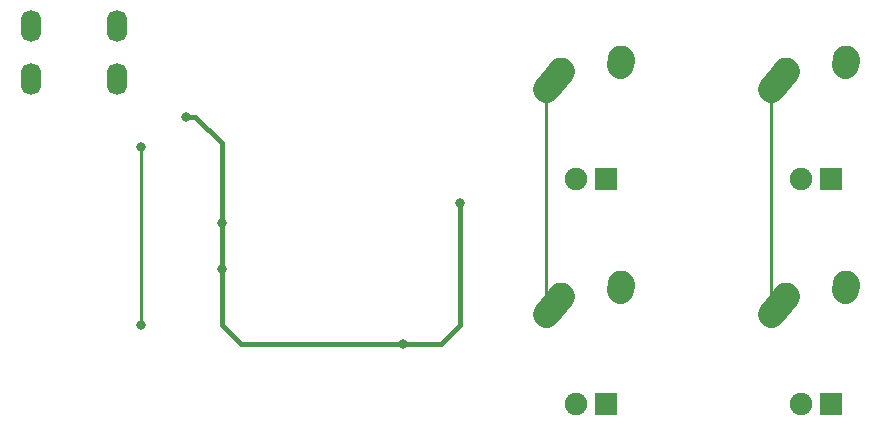
<source format=gbr>
G04 #@! TF.GenerationSoftware,KiCad,Pcbnew,(5.1.4)-1*
G04 #@! TF.CreationDate,2020-07-29T14:25:06+02:00*
G04 #@! TF.ProjectId,ai03-pcb-2x2-macroboard,61693033-2d70-4636-922d-3278322d6d61,rev?*
G04 #@! TF.SameCoordinates,Original*
G04 #@! TF.FileFunction,Copper,L1,Top*
G04 #@! TF.FilePolarity,Positive*
%FSLAX46Y46*%
G04 Gerber Fmt 4.6, Leading zero omitted, Abs format (unit mm)*
G04 Created by KiCad (PCBNEW (5.1.4)-1) date 2020-07-29 14:25:06*
%MOMM*%
%LPD*%
G04 APERTURE LIST*
%ADD10O,1.700000X2.700000*%
%ADD11R,1.905000X1.905000*%
%ADD12C,1.905000*%
%ADD13C,2.250000*%
%ADD14C,2.250000*%
%ADD15C,0.800000*%
%ADD16C,0.381000*%
%ADD17C,0.254000*%
G04 APERTURE END LIST*
D10*
X128811000Y-81026000D03*
X136111000Y-81026000D03*
X136111000Y-85526000D03*
X128811000Y-85526000D03*
D11*
X196532500Y-113030000D03*
D12*
X193992500Y-113030000D03*
D13*
X192762500Y-103950000D03*
X192107501Y-104680000D03*
D14*
X191452500Y-105410000D02*
X192762502Y-103950000D01*
D13*
X197802500Y-102870000D03*
X197782500Y-103160000D03*
D14*
X197762500Y-103450000D02*
X197802500Y-102870000D01*
D11*
X177482500Y-113030000D03*
D12*
X174942500Y-113030000D03*
D13*
X173712500Y-103950000D03*
X173057501Y-104680000D03*
D14*
X172402500Y-105410000D02*
X173712502Y-103950000D01*
D13*
X178752500Y-102870000D03*
X178732500Y-103160000D03*
D14*
X178712500Y-103450000D02*
X178752500Y-102870000D01*
D11*
X196532500Y-93980000D03*
D12*
X193992500Y-93980000D03*
D13*
X192762500Y-84900000D03*
X192107501Y-85630000D03*
D14*
X191452500Y-86360000D02*
X192762502Y-84900000D01*
D13*
X197802500Y-83820000D03*
X197782500Y-84110000D03*
D14*
X197762500Y-84400000D02*
X197802500Y-83820000D01*
D11*
X177482500Y-93980000D03*
D12*
X174942500Y-93980000D03*
D13*
X173712500Y-84900000D03*
X173057501Y-85630000D03*
D14*
X172402500Y-86360000D02*
X173712502Y-84900000D01*
D13*
X178752500Y-83820000D03*
X178732500Y-84110000D03*
D14*
X178712500Y-84400000D02*
X178752500Y-83820000D01*
D15*
X160337500Y-107950000D03*
X165100000Y-96043750D03*
X144943750Y-101625000D03*
X141937500Y-88756250D03*
X144943750Y-97698000D03*
X138112500Y-91281250D03*
X138112500Y-106362500D03*
D16*
X160337500Y-107950000D02*
X163512500Y-107950000D01*
X163512500Y-107950000D02*
X165100000Y-106362500D01*
X165100000Y-106362500D02*
X165100000Y-96043750D01*
X144943750Y-101625000D02*
X144943750Y-91762500D01*
X151268750Y-107950000D02*
X160337500Y-107950000D01*
X146558000Y-107950000D02*
X151268750Y-107950000D01*
X144943750Y-101625000D02*
X144943750Y-106335750D01*
X144943750Y-106335750D02*
X146558000Y-107950000D01*
X141937500Y-88756250D02*
X142731250Y-88756250D01*
X144943750Y-90968750D02*
X144943750Y-91762500D01*
X142731250Y-88756250D02*
X144943750Y-90968750D01*
D17*
X172402500Y-102640000D02*
X172402500Y-105410000D01*
X172402500Y-86360000D02*
X172402500Y-102640000D01*
X191452500Y-86360000D02*
X191452500Y-105410000D01*
X138112500Y-91281250D02*
X138112500Y-106362500D01*
M02*

</source>
